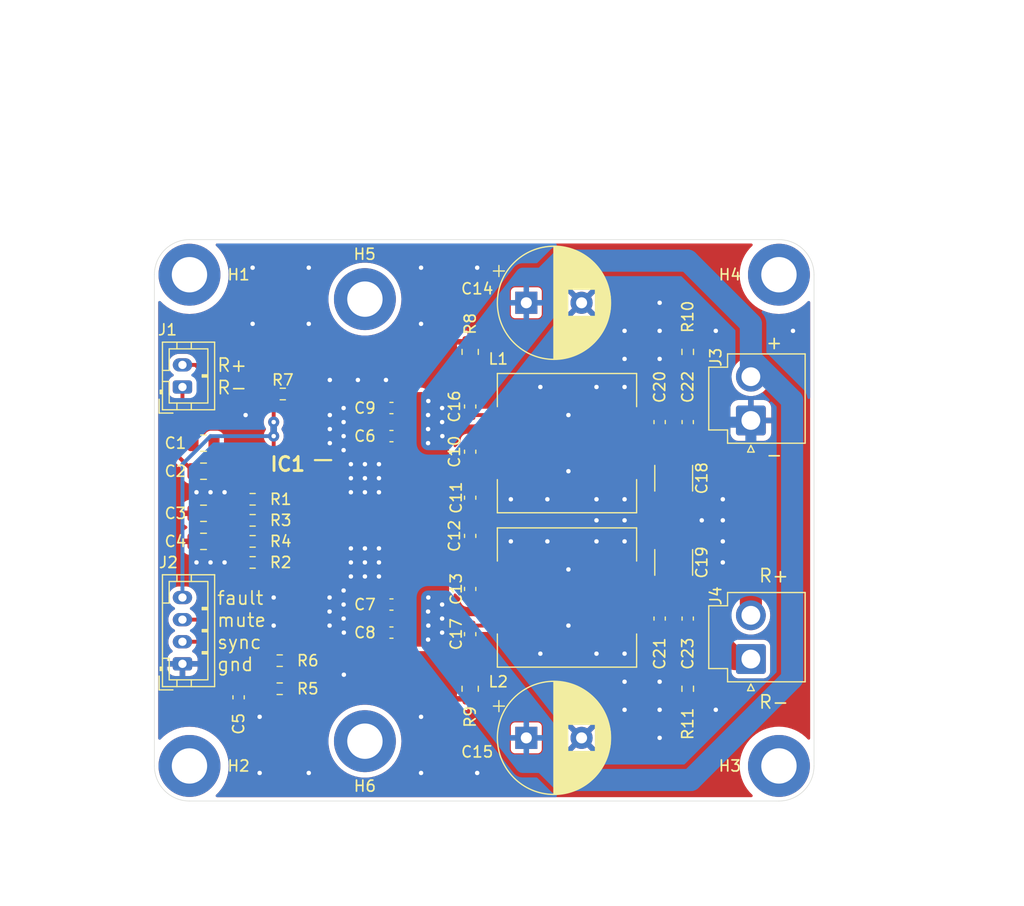
<source format=kicad_pcb>
(kicad_pcb (version 20221018) (generator pcbnew)
  (layers (0 "F.Cu" signal) (31 "B.Cu" signal) (34 "B.Paste" user) (35 "F.Paste" user) (36 "B.SilkS" user "B.Silkscreen") (37 "F.SilkS" user "F.Silkscreen") (38 "B.Mask" user) (39 "F.Mask" user) (44 "Edge.Cuts" user))
  (net 0 "")
  (net 1 "/R+")
  (net 2 "Net-(IC1-RINP)")
  (net 3 "/R-")
  (net 4 "Net-(IC1-RINN)")
  (net 5 "GND")
  (net 6 "Net-(IC1-GVDD)")
  (net 7 "VCC")
  (net 8 "Net-(IC1-BSPR)")
  (net 9 "Net-(IC1-OUTNR)")
  (net 10 "Net-(IC1-BSNR)")
  (net 11 "Net-(IC1-BSPL)")
  (net 12 "Net-(IC1-OUTNL)")
  (net 13 "Net-(IC1-BSNL)")
  (net 14 "/SD_LR")
  (net 15 "Net-(IC1-GAIN{slash}SLV)")
  (net 16 "/mute")
  (net 17 "Net-(IC1-SYNC)")
  (net 18 "/sync")
  (net 19 "Net-(IC1-PLIMIT)")
  (net 20 "Net-(J4-Pin_1)")
  (net 21 "Net-(J4-Pin_2)")
  (net 22 "Net-(C22-Pad2)")
  (net 23 "Net-(C23-Pad2)")
  (net 24 "Net-(C16-Pad2)")
  (net 25 "Net-(C17-Pad2)")
  (footprint "Resistor_SMD:R_0603_1608Metric" (layer "F.Cu") (at 114.3 118.11 180)
    (fp_text reference "R1" (at -2.54 0) (layer "F.SilkS"))
    (fp_text value "--")
    (pad "1" smd roundrect (at -0.825 0 180) (size 0.8 0.95) (layers "F.Cu" "F.Paste" "F.Mask") (net 19 "Net-(IC1-PLIMIT)"))
    (pad "2" smd roundrect (at 0.825 0 180) (size 0.8 0.95) (layers "F.Cu" "F.Paste" "F.Mask") (net 5 "GND"))
  )
  (footprint "Connector_JST:JST_PH_B2B-PH-K_1x02_P2.00mm_Vertical" (layer "F.Cu") (at 107.95 107.95 90)
    (fp_text reference "J1" (at 5.175 -1.355 180) (layer "F.SilkS"))
    (fp_text value "power_supply")
    (pad "1" thru_hole roundrect (at 0 0 90) (size 1.2 1.75) (drill 0.75) (layers "*.Cu" "*.Mask") (roundrect_rratio 0.208333) (net 3 "/R-"))
    (pad "2" thru_hole oval (at 2 0 90) (size 1.2 1.75) (drill 0.75) (layers "*.Cu" "*.Mask") (net 1 "/R+"))
  )
  (footprint "MountingHole:MountingHole_3.2mm_M3_DIN965_Pad" (layer "F.Cu") (at 161.925 142.24)
    (fp_text reference "H3" (at -4.445 0) (layer "F.SilkS"))
    (fp_text value "MountingHole")
    (pad "1" thru_hole circle (at 0 0) (size 5.6 5.6) (drill 3.2) (layers "*.Cu" "*.Mask") (clearance 0.75))
  )
  (footprint "Capacitor_SMD:C_0805_2012Metric" (layer "F.Cu") (at 109.855 115.57)
    (fp_text reference "C2" (at -2.54 0) (layer "F.SilkS"))
    (fp_text value "2.2u")
    (pad "1" smd roundrect (at -0.95 0) (size 1 1.45) (layers "F.Cu" "F.Paste" "F.Mask") (net 3 "/R-"))
    (pad "2" smd roundrect (at 0.95 0) (size 1 1.45) (layers "F.Cu" "F.Paste" "F.Mask") (net 4 "Net-(IC1-RINN)"))
  )
  (footprint "Resistor_SMD:R_0603_1608Metric" (layer "F.Cu") (at 116.75 132.715 180)
    (fp_text reference "R6" (at -2.54 0) (layer "F.SilkS"))
    (fp_text value "100k")
    (pad "1" smd roundrect (at -0.825 0 180) (size 0.8 0.95) (layers "F.Cu" "F.Paste" "F.Mask") (net 16 "/mute"))
    (pad "2" smd roundrect (at 0.825 0 180) (size 0.8 0.95) (layers "F.Cu" "F.Paste" "F.Mask") (net 5 "GND"))
  )
  (footprint "Capacitor_SMD:C_0603_1608Metric" (layer "F.Cu") (at 151.13 128.905 -90)
    (fp_text reference "C21" (at 3.175 0 90) (layer "F.SilkS"))
    (fp_text value "1n")
    (pad "1" smd roundrect (at -0.775 0 270) (size 0.9 0.95) (layers "F.Cu" "F.Paste" "F.Mask") (net 20 "Net-(J4-Pin_1)"))
    (pad "2" smd roundrect (at 0.775 0 270) (size 0.9 0.95) (layers "F.Cu" "F.Paste" "F.Mask") (net 5 "GND"))
  )
  (footprint "Capacitor_SMD:C_0603_1608Metric" (layer "F.Cu") (at 133.985 117.97 -90)
    (fp_text reference "C11" (at 0 1.27 90) (layer "F.SilkS"))
    (fp_text value "220n")
    (pad "1" smd roundrect (at -0.775 0 270) (size 0.9 0.95) (layers "F.Cu" "F.Paste" "F.Mask") (net 9 "Net-(IC1-OUTNR)"))
    (pad "2" smd roundrect (at 0.775 0 270) (size 0.9 0.95) (layers "F.Cu" "F.Paste" "F.Mask") (net 10 "Net-(IC1-BSNR)"))
  )
  (footprint "Resistor_SMD:R_0603_1608Metric" (layer "F.Cu") (at 153.67 104.775 -90)
    (fp_text reference "R10" (at -3.175 0 90) (layer "F.SilkS"))
    (fp_text value "3.3")
    (pad "1" smd roundrect (at -0.825 0 270) (size 0.8 0.95) (layers "F.Cu" "F.Paste" "F.Mask") (net 5 "GND"))
    (pad "2" smd roundrect (at 0.825 0 270) (size 0.8 0.95) (layers "F.Cu" "F.Paste" "F.Mask") (net 22 "Net-(C22-Pad2)"))
  )
  (footprint "Capacitor_THT:CP_Radial_D10.0mm_P5.00mm" (layer "F.Cu") (at 139.065 139.7)
    (fp_text reference "C15" (at -4.445 1.27) (layer "F.SilkS"))
    (fp_text value "35v 470u")
    (pad "1" thru_hole rect (at 0 0) (size 2 2) (drill 1) (layers "*.Cu" "*.Mask") (net 7 "VCC"))
    (pad "2" thru_hole circle (at 5 0) (size 2 2) (drill 1) (layers "*.Cu" "*.Mask") (net 5 "GND"))
  )
  (footprint "MountingHole:MountingHole_3.2mm_M3_DIN965_Pad" (layer "F.Cu") (at 124.46 140)
    (fp_text reference "H6" (at 0 4.064) (layer "F.SilkS"))
    (fp_text value "MountingHole")
    (pad "1" thru_hole circle (at 0 0) (size 5.6 5.6) (drill 3.2) (layers "*.Cu" "*.Mask") (clearance 0.5))
  )
  (footprint "Resistor_SMD:R_0805_2012Metric" (layer "F.Cu") (at 133.985 104.775 -90)
    (fp_text reference "R8" (at -2.54 0 90) (layer "F.SilkS"))
    (fp_text value "10")
    (pad "1" smd roundrect (at -0.9125 0 270) (size 1.025 1.4) (layers "F.Cu" "F.Paste" "F.Mask") (roundrect_rratio 0.243902439) (net 5 "GND"))
    (pad "2" smd roundrect (at 0.9125 0 270) (size 1.025 1.4) (layers "F.Cu" "F.Paste" "F.Mask") (roundrect_rratio 0.243902439) (net 24 "Net-(C16-Pad2)"))
  )
  (footprint "Resistor_SMD:R_0603_1608Metric" (layer "F.Cu") (at 117.03 108.585 180)
    (fp_text reference "R7" (at 0 1.27) (layer "F.SilkS"))
    (fp_text value "100k")
    (pad "1" smd roundrect (at -0.825 0 180) (size 0.8 0.95) (layers "F.Cu" "F.Paste" "F.Mask") (net 7 "VCC"))
    (pad "2" smd roundrect (at 0.825 0 180) (size 0.8 0.95) (layers "F.Cu" "F.Paste" "F.Mask") (net 14 "/SD_LR"))
  )
  (footprint "Capacitor_SMD:C_0603_1608Metric" (layer "F.Cu") (at 133.985 121.425 90)
    (fp_text reference "C12" (at 0 -1.43 90) (layer "F.SilkS"))
    (fp_text value "220n")
    (pad "1" smd roundrect (at -0.775 0 90) (size 0.9 0.95) (layers "F.Cu" "F.Paste" "F.Mask") (net 12 "Net-(IC1-OUTNL)"))
    (pad "2" smd roundrect (at 0.775 0 90) (size 0.9 0.95) (layers "F.Cu" "F.Paste" "F.Mask") (net 11 "Net-(IC1-BSPL)"))
  )
  (footprint "Resistor_SMD:R_0603_1608Metric" (layer "F.Cu") (at 116.75 135.255 180)
    (fp_text reference "R5" (at -2.54 0 180) (layer "F.SilkS"))
    (fp_text value "10k")
    (pad "1" smd roundrect (at -0.825 0 180) (size 0.8 0.95) (layers "F.Cu" "F.Paste" "F.Mask") (net 17 "Net-(IC1-SYNC)"))
    (pad "2" smd roundrect (at 0.825 0 180) (size 0.8 0.95) (layers "F.Cu" "F.Paste" "F.Mask") (net 18 "/sync"))
  )
  (footprint "Capacitor_SMD:C_0805_2012Metric" (layer "F.Cu") (at 109.855 121.92)
    (fp_text reference "C4" (at -2.54 0) (layer "F.SilkS"))
    (fp_text value "1u")
    (pad "1" smd roundrect (at -0.95 0) (size 1 1.45) (layers "F.Cu" "F.Paste" "F.Mask") (net 5 "GND"))
    (pad "2" smd roundrect (at 0.95 0) (size 1 1.45) (layers "F.Cu" "F.Paste" "F.Mask") (net 6 "Net-(IC1-GVDD)"))
  )
  (footprint "Capacitor_SMD:C_0603_1608Metric" (layer "F.Cu") (at 133.985 126.225 -90)
    (fp_text reference "C13" (at 0 1.27 90) (layer "F.SilkS"))
    (fp_text value "220n")
    (pad "1" smd roundrect (at -0.775 0 270) (size 0.9 0.95) (layers "F.Cu" "F.Paste" "F.Mask") (net 12 "Net-(IC1-OUTNL)"))
    (pad "2" smd roundrect (at 0.775 0 270) (size 0.9 0.95) (layers "F.Cu" "F.Paste" "F.Mask") (net 13 "Net-(IC1-BSNL)"))
  )
  (footprint "Capacitor_SMD:C_0805_2012Metric" (layer "F.Cu") (at 109.855 113.03)
    (fp_text reference "C1" (at -2.54 0) (layer "F.SilkS"))
    (fp_text value "2.2u")
    (pad "1" smd roundrect (at -0.95 0) (size 1 1.45) (layers "F.Cu" "F.Paste" "F.Mask") (net 1 "/R+"))
    (pad "2" smd roundrect (at 0.95 0) (size 1 1.45) (layers "F.Cu" "F.Paste" "F.Mask") (net 2 "Net-(IC1-RINP)"))
  )
  (footprint "Inductor_SMD:L_12x12mm_H8mm" (layer "F.Cu") (at 142.745 127)
    (fp_text reference "L2" (at -6.22 7.62) (layer "F.SilkS"))
    (fp_text value "10u")
    (pad "1" smd rect (at -4.95 0) (size 2.9 5.4) (layers "F.Cu" "F.Paste" "F.Mask") (net 12 "Net-(IC1-OUTNL)"))
    (pad "2" smd rect (at 4.95 0) (size 2.9 5.4) (layers "F.Cu" "F.Paste" "F.Mask") (net 20 "Net-(J4-Pin_1)"))
  )
  (footprint "Capacitor_SMD:C_0603_1608Metric" (layer "F.Cu") (at 133.985 113.805 90)
    (fp_text reference "C10" (at 0 -1.43 90) (layer "F.SilkS"))
    (fp_text value "220n")
    (pad "1" smd roundrect (at -0.775 0 90) (size 0.9 0.95) (layers "F.Cu" "F.Paste" "F.Mask") (net 9 "Net-(IC1-OUTNR)"))
    (pad "2" smd roundrect (at 0.775 0 90) (size 0.9 0.95) (layers "F.Cu" "F.Paste" "F.Mask") (net 8 "Net-(IC1-BSPR)"))
  )
  (footprint "Capacitor_SMD:C_0805_2012Metric" (layer "F.Cu") (at 109.855 119.38)
    (fp_text reference "C3" (at -2.54 0) (layer "F.SilkS"))
    (fp_text value "--")
    (pad "1" smd roundrect (at -0.95 0) (size 1 1.45) (layers "F.Cu" "F.Paste" "F.Mask") (net 5 "GND"))
    (pad "2" smd roundrect (at 0.95 0) (size 1 1.45) (layers "F.Cu" "F.Paste" "F.Mask") (net 19 "Net-(IC1-PLIMIT)"))
  )
  (footprint "Capacitor_SMD:C_0603_1608Metric" (layer "F.Cu") (at 153.670001 128.904999 -90)
    (fp_text reference "C23" (at 3.175 0 90) (layer "F.SilkS"))
    (fp_text value "10n")
    (pad "1" smd roundrect (at -0.775 0 270) (size 0.9 0.95) (layers "F.Cu" "F.Paste" "F.Mask") (net 20 "Net-(J4-Pin_1)"))
    (pad "2" smd roundrect (at 0.775 0 270) (size 0.9 0.95) (layers "F.Cu" "F.Paste" "F.Mask") (net 23 "Net-(C23-Pad2)"))
  )
  (footprint "Capacitor_THT:CP_Radial_D10.0mm_P5.00mm" (layer "F.Cu") (at 139.065 100.33)
    (fp_text reference "C14" (at -4.445 -1.27) (layer "F.SilkS"))
    (fp_text value "35v 470u")
    (pad "1" thru_hole rect (at 0 0) (size 2 2) (drill 1) (layers "*.Cu" "*.Mask") (net 7 "VCC"))
    (pad "2" thru_hole circle (at 5 0) (size 2 2) (drill 1) (layers "*.Cu" "*.Mask") (net 5 "GND"))
  )
  (footprint "MountingHole:MountingHole_3.2mm_M3_DIN965_Pad" (layer "F.Cu") (at 108.585 142.24)
    (fp_text reference "H2" (at 4.445 0) (layer "F.SilkS"))
    (fp_text value "MountingHole")
    (pad "1" thru_hole circle (at 0 0) (size 5.6 5.6) (drill 3.2) (layers "*.Cu" "*.Mask") (clearance 0.75))
  )
  (footprint "Connector_JST:JST_VH_B2P-VH-B_1x02_P3.96mm_Vertical" (layer "F.Cu") (at 159.385 132.5675 90)
    (fp_text reference "J4" (at 5.715 -3.175 90) (layer "F.SilkS"))
    (fp_text value "output_right")
    (pad "1" thru_hole roundrect (at 0 0 90) (size 2.7 2.7) (drill 1.7) (layers "*.Cu" "*.Mask") (roundrect_rratio 0.09259296296) (net 20 "Net-(J4-Pin_1)"))
    (pad "2" thru_hole circle (at 3.96 0 90) (size 2.7 2.7) (drill 1.7) (layers "*.Cu" "*.Mask") (net 21 "Net-(J4-Pin_2)"))
  )
  (footprint "Capacitor_SMD:C_0603_1608Metric" (layer "F.Cu") (at 126.86 130.175 180)
    (fp_text reference "C8" (at 2.4 0) (layer "F.SilkS"))
    (fp_text value "220n")
    (pad "1" smd roundrect (at -0.775 0 180) (size 0.9 0.95) (layers "F.Cu" "F.Paste" "F.Mask") (net 7 "VCC"))
    (pad "2" smd roundrect (at 0.775 0 180) (size 0.9 0.95) (layers "F.Cu" "F.Paste" "F.Mask") (net 5 "GND"))
  )
  (footprint "Capacitor_SMD:C_1812_4532Metric" (layer "F.Cu") (at 152.4 116.205 90)
    (fp_text reference "C18" (at 0 2.54 90) (layer "F.SilkS"))
    (fp_text value "680n")
    (pad "1" smd roundrect (at -2.05 0 90) (size 1.4 3.4) (layers "F.Cu" "F.Paste" "F.Mask") (roundrect_rratio 0.1785707143) (net 5 "GND"))
    (pad "2" smd roundrect (at 2.05 0 90) (size 1.4 3.4) (layers "F.Cu" "F.Paste" "F.Mask") (roundrect_rratio 0.1785707143) (net 21 "Net-(J4-Pin_2)"))
  )
  (footprint "Capacitor_SMD:C_0603_1608Metric" (layer "F.Cu") (at 126.86 112.395 180)
    (fp_text reference "C6" (at 2.4 0) (layer "F.SilkS"))
    (fp_text value "1n")
    (pad "1" smd roundrect (at -0.775 0 180) (size 0.9 0.95) (layers "F.Cu" "F.Paste" "F.Mask") (net 7 "VCC"))
    (pad "2" smd roundrect (at 0.775 0 180) (size 0.9 0.95) (layers "F.Cu" "F.Paste" "F.Mask") (net 5 "GND"))
  )
  (footprint "Capacitor_SMD:C_0603_1608Metric" (layer "F.Cu") (at 126.86 127.635)
    (fp_text reference "C7" (at -2.4 0) (layer "F.SilkS"))
    (fp_text value "1n")
    (pad "1" smd roundrect (at -0.775 0) (size 0.9 0.95) (layers "F.Cu" "F.Paste" "F.Mask") (net 5 "GND"))
    (pad "2" smd roundrect (at 0.775 0) (size 0.9 0.95) (layers "F.Cu" "F.Paste" "F.Mask") (net 7 "VCC"))
  )
  (footprint "Resistor_SMD:R_0603_1608Metric" (layer "F.Cu") (at 153.670001 135.254999 90)
    (fp_text reference "R11" (at -3.175 0 90) (layer "F.SilkS"))
    (fp_text value "3.3")
    (pad "1" smd roundrect (at -0.825 0 90) (size 0.8 0.95) (layers "F.Cu" "F.Paste" "F.Mask") (net 5 "GND"))
    (pad "2" smd roundrect (at 0.825 0 90) (size 0.8 0.95) (layers "F.Cu" "F.Paste" "F.Mask") (net 23 "Net-(C23-Pad2)"))
  )
  (footprint "Connector_JST:JST_VH_B2P-VH-B_1x02_P3.96mm_Vertical" (layer "F.Cu") (at 159.385 110.9775 90)
    (fp_text reference "J3" (at 5.715 -3.175 90) (layer "F.SilkS"))
    (fp_text value "power_supply")
    (pad "1" thru_hole roundrect (at 0 0 90) (size 2.7 2.7) (drill 1.7) (layers "*.Cu" "*.Mask") (roundrect_rratio 0.09259296296) (net 5 "GND"))
    (pad "2" thru_hole circle (at 3.96 0 90) (size 2.7 2.7) (drill 1.7) (layers "*.Cu" "*.Mask") (net 7 "VCC"))
  )
  (footprint "Capacitor_SMD:C_0603_1608Metric" (layer "F.Cu") (at 151.13 111.125 -90)
    (fp_text reference "C20" (at -3.175 0 90) (layer "F.SilkS"))
    (fp_text value "1n")
    (pad "1" smd roundrect (at -0.775 0 270) (size 0.9 0.95) (layers "F.Cu" "F.Paste" "F.Mask") (net 5 "GND"))
    (pad "2" smd roundrect (at 0.775 0 270) (size 0.9 0.95) (layers "F.Cu" "F.Paste" "F.Mask") (net 21 "Net-(J4-Pin_2)"))
  )
  (footprint "Resistor_SMD:R_0805_2012Metric" (layer "F.Cu") (at 133.985 135.255 90)
    (fp_text reference "R9" (at -2.54 0 90) (layer "F.SilkS"))
    (fp_text value "10")
    (pad "1" smd roundrect (at -0.9125 0 90) (size 1.025 1.4) (layers "F.Cu" "F.Paste" "F.Mask") (roundrect_rratio 0.243902439) (net 5 "GND"))
    (pad "2" smd roundrect (at 0.9125 0 90) (size 1.025 1.4) (layers "F.Cu" "F.Paste" "F.Mask") (roundrect_rratio 0.243902439) (net 25 "Net-(C17-Pad2)"))
  )
  (footprint "Connector_JST:JST_PH_B4B-PH-K_1x04_P2.00mm_Vertical" (layer "F.Cu") (at 107.95 133 90)
    (fp_text reference "J2" (at 9.175 -1.27 180) (layer "F.SilkS"))
    (fp_text value "Conn_01x04")
    (pad "1" thru_hole roundrect (at 0 0 90) (size 1.2 1.75) (drill 0.75) (layers "*.Cu" "*.Mask") (roundrect_rratio 0.208333) (net 5 "GND"))
    (pad "2" thru_hole oval (at 2 0 90) (size 1.2 1.75) (drill 0.75) (layers "*.Cu" "*.Mask") (net 18 "/sync"))
    (pad "3" thru_hole oval (at 4 0 90) (size 1.2 1.75) (drill 0.75) (layers "*.Cu" "*.Mask") (net 16 "/mute"))
    (pad "4" thru_hole oval (at 6 0 90) (size 1.2 1.75) (drill 0.75) (layers "*.Cu" "*.Mask") (net 14 "/SD_LR"))
  )
  (footprint "local:SOP65P810X120-33N" (layer "F.Cu") (at 124.46 120.015)
    (fp_text reference "IC1" (at -6.985 -5.08 180) (layer "F.SilkS") (effects (font (size 1.27 1.27) (thickness 0.254))))
    (fp_text value "TPA3116D2QDADRQ1" hide)
    (pad "1" smd rect (at -3.788 -4.875 90) (size 0.45 1.475) (layers "F.Cu" "F.Paste" "F.Mask") (net 5 "GND"))
    (pad "2" smd rect (at -3.788 -4.225 90) (size 0.45 1.475) (layers "F.Cu" "F.Paste" "F.Mask") (net 14 "/SD_LR"))
    (pad "3" smd rect (at -3.788 -3.575 90) (size 0.45 1.475) (layers "F.Cu" "F.Paste" "F.Mask") (net 14 "/SD_LR"))
    (pad "4" smd rect (at -3.788 -2.925 90) (size 0.45 1.475) (layers "F.Cu" "F.Paste" "F.Mask") (net 2 "Net-(IC1-RINP)"))
    (pad "5" smd rect (at -3.788 -2.275 90) (size 0.45 1.475) (layers "F.Cu" "F.Paste" "F.Mask") (net 4 "Net-(IC1-RINN)"))
    (pad "6" smd rect (at -3.788 -1.625 90) (size 0.45 1.475) (layers "F.Cu" "F.Paste" "F.Mask") (net 19 "Net-(IC1-PLIMIT)"))
    (pad "7" smd rect (at -3.788 -0.975 90) (size 0.45 1.475) (layers "F.Cu" "F.Paste" "F.Mask") (net 6 "Net-(IC1-GVDD)"))
    (pad "8" smd rect (at -3.788 -0.325 90) (size 0.45 1.475) (layers "F.Cu" "F.Paste" "F.Mask") (net 15 "Net-(IC1-GAIN{slash}SLV)"))
    (pad "9" smd rect (at -3.788 0.325 90) (size 0.45 1.475) (layers "F.Cu" "F.Paste" "F.Mask") (net 5 "GND"))
    (pad "10" smd rect (at -3.788 0.975 90) (size 0.45 1.475) (layers "F.Cu" "F.Paste" "F.Mask") (net 5 "GND"))
    (pad "11" smd rect (at -3.788 1.625 90) (size 0.45 1.475) (layers "F.Cu" "F.Paste" "F.Mask") (net 5 "GND"))
    (pad "12" smd rect (at -3.788 2.275 90) (size 0.45 1.475) (layers "F.Cu" "F.Paste" "F.Mask") (net 16 "/mute"))
    (pad "13" smd rect (at -3.788 2.925 90) (size 0.45 1.475) (layers "F.Cu" "F.Paste" "F.Mask") (net 5 "GND"))
    (pad "14" smd rect (at -3.788 3.575 90) (size 0.45 1.475) (layers "F.Cu" "F.Paste" "F.Mask") (net 5 "GND"))
    (pad "15" smd rect (at -3.788 4.225 90) (size 0.45 1.475) (layers "F.Cu" "F.Paste" "F.Mask") (net 5 "GND"))
    (pad "16" smd rect (at -3.788 4.875 90) (size 0.45 1.475) (layers "F.Cu" "F.Paste" "F.Mask") (net 17 "Net-(IC1-SYNC)"))
    (pad "17" smd rect (at 3.788 4.875 90) (size 0.45 1.475) (layers "F.Cu" "F.Paste" "F.Mask") (net 7 "VCC"))
    (pad "18" smd rect (at 3.788 4.225 90) (size 0.45 1.475) (layers "F.Cu" "F.Paste" "F.Mask") (net 7 "VCC"))
    (pad "19" smd rect (at 3.788 3.575 90) (size 0.45 1.475) (layers "F.Cu" "F.Paste" "F.Mask") (net 7 "VCC"))
    (pad "20" smd rect (at 3.788 2.925 90) (size 0.45 1.475) (layers "F.Cu" "F.Paste" "F.Mask") (net 13 "Net-(IC1-BSNL)"))
    (pad "21" smd rect (at 3.788 2.275 90) (size 0.45 1.475) (layers "F.Cu" "F.Paste" "F.Mask") (net 12 "Net-(IC1-OUTNL)"))
    (pad "22" smd rect (at 3.788 1.625 90) (size 0.45 1.475) (layers "F.Cu" "F.Paste" "F.Mask") (net 5 "GND"))
    (pad "23" smd rect (at 3.788 0.975 90) (size 0.45 1.475) (layers "F.Cu" "F.Paste" "F.Mask") (net 12 "Net-(IC1-OUTNL)"))
    (pad "24" smd rect (at 3.788 0.325 90) (size 0.45 1.475) (layers "F.Cu" "F.Paste" "F.Mask") (net 11 "Net-(IC1-BSPL)"))
    (pad "25" smd rect (at 3.788 -0.325 90) (size 0.45 1.475) (layers "F.Cu" "F.Paste" "F.Mask") (net 5 "GND"))
    (pad "26" smd rect (at 3.788 -0.975 90) (size 0.45 1.475) (layers "F.Cu" "F.Paste" "F.Mask") (net 10 "Net-(IC1-BSNR)"))
    (pad "27" smd rect (at 3.788 -1.625 90) (size 0.45 1.475) (layers "F.Cu" "F.Paste" "F.Mask") (net 9 "Net-(IC1-OUTNR)"))
    (pad "28" smd rect (at 3.788 -2.275 90) (size 0.45 1.475) (layers "F.Cu" "F.Paste" "F.Mask") (net 5 "GND"))
    (pad "29" smd rect (at 3.788 -2.925 90) (size 0.45 1.475) (layers "F.Cu" "F.Paste" "F.Mask") (net 9 "Net-(IC1-OUTNR)"))
    (pad "30" smd rect (at 3.788 -3.575 90) (size 0.45 1.475) (layers "F.Cu" "F.Paste" "F.Mask") (net 8 "Net-(IC1-BSPR)"))
    (pad "31" smd rect (at 3.788 -4.225 90) (size 0.45 1.475) (layers "F.Cu" "F.Paste" "F.Mask") (net 7 "VCC"))
    (pad "32" smd rect (at 3.788 -4.875 90) (size 0.45 1.475) (layers "F.Cu" "F.Paste" "F.Mask") (net 7 "VCC"))
    (pad "33" smd rect (at 0 0) (size 3.04 3.74) (layers "F.Cu" "F.Paste" "F.Mask") (net 5 "GND"))
  )
  (footprint "MountingHole:MountingHole_3.2mm_M3_DIN965_Pad" (layer "F.Cu") (at 108.585 97.79)
    (fp_text reference "H1" (at 4.445 0) (layer "F.SilkS"))
    (fp_text value "MountingHole")
    (pad "1" thru_hole circle (at 0 0) (size 5.6 5.6) (drill 3.2) (layers "*.Cu" "*.Mask") (clearance 0.75))
  )
  (footprint "Capacitor_SMD:C_0603_1608Metric" (layer "F.Cu") (at 113.03 136.03 90)
    (fp_text reference "C5" (at -2.4 0 270) (layer "F.SilkS"))
    (fp_text value "47p")
    (pad "1" smd roundrect (at -0.775 0 90) (size 0.9 0.95) (layers "F.Cu" "F.Paste" "F.Mask") (net 5 "GND"))
    (pad "2" smd roundrect (at 0.775 0 90) (size 0.9 0.95) (layers "F.Cu" "F.Paste" "F.Mask") (net 18 "/sync"))
  )
  (footprint "MountingHole:MountingHole_3.2mm_M3_DIN965_Pad" (layer "F.Cu") (at 124.46 100)
    (fp_text reference "H5" (at -0.022 -4.064) (layer "F.SilkS"))
    (fp_text value "MountingHole")
    (pad "1" thru_hole circle (at 0 0) (size 5.6 5.6) (drill 3.2) (layers "*.Cu" "*.Mask") (clearance 0.5))
  )
  (footprint "Capacitor_SMD:C_0603_1608Metric" (layer "F.Cu") (at 133.985 109.715 90)
    (fp_text reference "C16" (at 0 -1.43 90) (layer "F.SilkS"))
    (fp_text value "330p")
    (pad "1" smd roundrect (at -0.775 0 90) (size 0.9 0.95) (layers "F.Cu" "F.Paste" "F.Mask") (net 9 "Net-(IC1-OUTNR)"))
    (pad "2" smd roundrect (at 0.775 0 90) (size 0.9 0.95) (layers "F.Cu" "F.Paste" "F.Mask") (net 24 "Net-(C16-Pad2)"))
  )
  (footprint "Inductor_SMD:L_12x12mm_H8mm" (layer "F.Cu") (at 142.745 113.03)
    (fp_text reference "L1" (at -6.22 -7.62) (layer "F.SilkS"))
    (fp_text value "10u")
    (pad "1" smd rect (at -4.95 0) (size 2.9 5.4) (layers "F.Cu" "F.Paste" "F.Mask") (net 9 "Net-(IC1-OUTNR)"))
    (pad "2" smd rect (at 4.95 0) (size 2.9 5.4) (layers "F.Cu" "F.Paste" "F.Mask") (net 21 "Net-(J4-Pin_2)"))
  )
  (footprint "MountingHole:MountingHole_3.2mm_M3_DIN965_Pad" (layer "F.Cu") (at 161.925 97.79)
    (fp_text reference "H4" (at -4.445 0) (layer "F.SilkS"))
    (fp_text value "MountingHole")
    (pad "1" thru_hole circle (at 0 0) (size 5.6 5.6) (drill 3.2) (layers "*.Cu" "*.Mask") (clearance 0.75))
  )
  (footprint "Resistor_SMD:R_0603_1608Metric" (layer "F.Cu") (at 114.3 121.92)
    (fp_text reference "R4" (at 2.54 0) (layer "F.SilkS"))
    (fp_text value "100k")
    (pad "1" smd roundrect (at -0.825 0) (size 0.8 0.95) (layers "F.Cu" "F.Paste" "F.Mask") (net 6 "Net-(IC1-GVDD)"))
    (pad "2" smd roundrect (at 0.825 0) (size 0.8 0.95) (layers "F.Cu" "F.Paste" "F.Mask") (net 15 "Net-(IC1-GAIN{slash}SLV)"))
  )
  (footprint "Capacitor_SMD:C_0603_1608Metric" (layer "F.Cu") (at 133.985 130.315 -90)
    (fp_text reference "C17" (at 0 1.27 90) (layer "F.SilkS"))
    (fp_text value "330p")
    (pad "1" smd roundrect (at -0.775 0 270) (size 0.9 0.95) (layers "F.Cu" "F.Paste" "F.Mask") (net 12 "Net-(IC1-OUTNL)"))
    (pad "2" smd roundrect (at 0.775 0 270) (size 0.9 0.95) (layers "F.Cu" "F.Paste" "F.Mask") (net 25 "Net-(C17-Pad2)"))
  )
  (footprint "Capacitor_SMD:C_0603_1608Metric" (layer "F.Cu") (at 126.86 109.855 180)
    (fp_text reference "C9" (at 2.4 0) (layer "F.SilkS"))
    (fp_text value "220n")
    (pad "1" smd roundrect (at -0.775 0 180) (size 0.9 0.95) (layers "F.Cu" "F.Paste" "F.Mask") (net 7 "VCC"))
    (pad "2" smd roundrect (at 0.775 0 180) (size 0.9 0.95) (layers "F.Cu" "F.Paste" "F.Mask") (net 5 "GND"))
  )
  (footprint "Capacitor_SMD:C_0603_1608Metric" (layer "F.Cu") (at 153.67 111.125 90)
    (fp_text reference "C22" (at 3.175 0 90) (layer "F.SilkS"))
    (fp_text value "10n")
    (pad "1" smd roundrect (at -0.775 0 90) (size 0.9 0.95) (layers "F.Cu" "F.Paste" "F.Mask") (net 21 "Net-(J4-Pin_2)"))
    (pad "2" smd roundrect (at 0.775 0 90) (size 0.9 0.95) (layers "F.Cu" "F.Paste" "F.Mask") (net 22 "Net-(C22-Pad2)"))
  )
  (footprint "Capacitor_SMD:C_1812_4532Metric" (layer "F.Cu") (at 152.4 123.825 90)
    (fp_text reference "C19" (at 0 2.54 90) (layer "F.SilkS"))
    (fp_text value "680n")
    (pad "1" smd roundrect (at -2.05 0 90) (size 1.4 3.4) (layers "F.Cu" "F.Paste" "F.Mask") (roundrect_rratio 0.1785707143) (net 20 "Net-(J4-Pin_1)"))
    (pad "2" smd roundrect (at 2.05 0 90) (size 1.4 3.4) (layers "F.Cu" "F.Paste" "F.Mask") (roundrect_rratio 0.1785707143) (net 5 "GND"))
  )
  (footprint "Resistor_SMD:R_0603_1608Metric" (layer "F.Cu") (at 114.3 123.825 180)
    (fp_text reference "R2" (at -2.54 0) (layer "F.SilkS"))
    (fp_text value "20k")
    (pad "1" smd roundrect (at -0.825 0 180) (size 0.8 0.95) (layers "F.Cu" "F.Paste" "F.Mask") (net 15 "Net-(IC1-GAIN{slash}SLV)"))
    (pad "2" smd roundrect (at 0.825 0 180) (size 0.8 0.95) (layers "F.Cu" "F.Paste" "F.Mask") (net 5 "GND"))
  )
  (footprint "Resistor_SMD:R_0603_1608Metric" (layer "F.Cu") (at 114.3 120.015 180)
    (fp_text reference "R3" (at -2.54 0) (layer "F.SilkS"))
    (fp_text value "0")
    (pad "1" smd roundrect (at -0.825 0 180) (size 0.8 0.95) (layers "F.Cu" "F.Paste" "F.Mask") (net 6 "Net-(IC1-GVDD)"))
    (pad "2" smd roundrect (at 0.825 0 180) (size 0.8 0.95) (layers "F.Cu" "F.Paste" "F.Mask") (net 19 "Net-(IC1-PLIMIT)"))
  )
  (gr_line (start 165.1 97.79) (end 165.1 142.24) (stroke (width 0.05)) (layer "Edge.Cuts"))
  (gr_line (start 161.925 145.415) (end 108.585 145.415) (stroke (width 0.05)) (layer "Edge.Cuts"))
  (gr_arc (start 165.1 142.24) (mid 164.170064 144.485064) (end 161.925 145.415) (stroke (width 0.05)) (layer "Edge.Cuts"))
  (gr_line (start 108.585 94.615) (end 161.925 94.615) (stroke (width 0.05)) (layer "Edge.Cuts"))
  (gr_arc (start 105.41 97.79) (mid 106.339936 95.544936) (end 108.585 94.615) (stroke (width 0.05)) (layer "Edge.Cuts"))
  (gr_arc (start 161.925 94.615) (mid 164.170064 95.544936) (end 165.1 97.79) (stroke (width 0.05)) (layer "Edge.Cuts"))
  (gr_arc (start 108.585 145.415) (mid 106.339936 144.485064) (end 105.41 142.24) (stroke (width 0.05)) (layer "Edge.Cuts"))
  (gr_line (start 105.41 142.24) (end 105.41 97.79) (stroke (width 0.05)) (layer "Edge.Cuts"))
  (gr_text "R-" (at 111 108.712) (layer "F.SilkS") (effects (font (size 1.2 1.2)) (justify left bottom)))
  (gr_text "-" (at 160.655 114.7875) (layer "F.SilkS") (effects (font (size 1.2 1.2)) (justify left bottom)))
  (gr_text "+" (at 160.655 104.6275) (layer "F.SilkS") (effects (font (size 1.2 1.2)) (justify left bottom)))
  (gr_text "fault" (at 110.998 127.75) (layer "F.SilkS") (effects (font (size 1.2 1.2)) (justify left bottom)))
  (gr_text "R+" (at 111 106.68) (layer "F.SilkS") (effects (font (size 1.2 1.2)) (justify left bottom)))
  (gr_text "gnd" (at 111 133.75) (layer "F.SilkS") (effects (font (size 1.2 1.2)) (justify left bottom)))
  (gr_text "R-" (at 160.02 137.16) (layer "F.SilkS") (effects (font (size 1.2 1.2)) (justify left bottom)))
  (gr_text "R+" (at 160.02 125.73) (layer "F.SilkS") (effects (font (size 1.2 1.2)) (justify left bottom)))
  (gr_text "sync" (at 110.998 131.75) (layer "F.SilkS") (effects (font (size 1.2 1.2)) (justify left bottom)))
  (gr_text "mute" (at 111 129.75) (layer "F.SilkS") (effects (font (size 1.2 1.2)) (justify left bottom)))
  (segment (start 109.855 106.68) (end 109.855 108.664375) (width 0.35) (layer "F.Cu") (net 1))
  (segment (start 108.905 109.614375) (end 108.905 113.03) (width 0.35) (layer "F.Cu") (net 1))
  (segment (start 107.95 105.95) (end 109.125 105.95) (width 0.35) (layer "F.Cu") (net 1))
  (segment (start 109.855 108.664375) (end 108.905 109.614375) (width 0.35) (layer "F.Cu") (net 1))
  (segment (start 109.125 105.95) (end 109.855 106.68) (width 0.35) (layer "F.Cu") (net 1))
  (segment (start 117.853676 117.09) (end 115.698676 114.935) (width 0.35) (layer "F.Cu") (net 2))
  (segment (start 120.672 117.09) (end 117.853676 117.09) (width 0.35) (layer "F.Cu") (net 2))
  (segment (start 112.71 114.935) (end 110.805 113.03) (width 0.35) (layer "F.Cu") (net 2))
  (segment (start 115.698676 114.935) (end 112.71 114.935) (width 0.35) (layer "F.Cu") (net 2))
  (segment (start 107.95 111.76) (end 107.315 112.395) (width 0.35) (layer "F.Cu") (net 3))
  (segment (start 107.95 107.95) (end 107.95 111.76) (width 0.35) (layer "F.Cu") (net 3))
  (segment (start 107.315 113.98) (end 108.905 115.57) (width 0.35) (layer "F.Cu") (net 3))
  (segment (start 107.315 112.395) (end 107.315 113.98) (width 0.35) (layer "F.Cu") (net 3))
  (segment (start 117.74 117.74) (end 115.57 115.57) (width 0.35) (layer "F.Cu") (net 4))
  (segment (start 120.672 117.74) (end 117.74 117.74) (width 0.35) (layer "F.Cu") (net 4))
  (segment (start 115.57 115.57) (end 110.805 115.57) (width 0.35) (layer "F.Cu") (net 4))
  (segment (start 122.555 115.14) (end 118.745 115.14) (width 0.35) (layer "F.Cu") (net 5))
  (segment (start 128.248 119.69) (end 126.978 119.69) (width 0.35) (layer "F.Cu") (net 5))
  (segment (start 120.672 122.94) (end 121.898 122.94) (width 0.35) (layer "F.Cu") (net 5))
  (segment (start 125.73 117.475) (end 125.73 122.555) (width 2) (layer "F.Cu") (net 5))
  (segment (start 124.46 120.015) (end 125.073 120.015) (width 2) (layer "F.Cu") (net 5))
  (segment (start 118.872 121.117) (end 119.0195 121.2645) (width 0.35) (layer "F.Cu") (net 5))
  (segment (start 128.248 121.64) (end 126.978 121.64) (width 0.35) (layer "F.Cu") (net 5))
  (segment (start 120.672 124.24) (end 121.898 124.24) (width 0.35) (layer "F.Cu") (net 5))
  (segment (start 120.672 121.64) (end 121.92 121.64) (width 0.35) (layer "F.Cu") (net 5))
  (segment (start 120.672 120.34) (end 121.92 120.34) (width 0.35) (layer "F.Cu") (net 5))
  (segment (start 128.248 117.74) (end 126.978 117.74) (width 0.35) (layer "F.Cu") (net 5))
  (segment (start 119.294 120.99) (end 120.672 120.99) (width 0.35) (layer "F.Cu") (net 5))
  (segment (start 120.672 123.59) (end 121.898 123.59) (width 0.35) (layer "F.Cu") (net 5))
  (segment (start 123.19 117.475) (end 123.19 122.555) (width 2) (layer "F.Cu") (net 5))
  (segment (start 124.46 117.475) (end 124.46 122.555) (width 2) (layer "F.Cu") (net 5))
  (segment (start 120.672 120.34) (end 119.436 120.34) (width 0.35) (layer "F.Cu") (net 5))
  (segment (start 118.872 120.904) (end 118.872 121.117) (width 0.35) (layer "F.Cu") (net 5))
  (segment (start 119.0195 121.2645) (end 119.395 121.64) (width 0.35) (layer "F.Cu") (net 5))
  (segment (start 119.395 121.64) (end 120.672 121.64) (width 0.35) (layer "F.Cu") (net 5))
  (segment (start 120.672 120.99) (end 121.92 120.99) (width 0.35) (layer "F.Cu") (net 5))
  (segment (start 119.436 120.34) (end 118.872 120.904) (width 0.35) (layer "F.Cu") (net 5))
  (segment (start 119.0195 121.2645) (end 119.294 120.99) (width 0.35) (layer "F.Cu") (net 5))
  (via (at 122.533 113.665) (size 0.8) (drill 0.4) (layers "F.Cu" "B.Cu") (net 5))
  (via (at 147.955 118.11) (size 0.8) (drill 0.4) (layers "F.Cu" "B.Cu") (net 5))
  (via (at 125.73 125.095) (size 0.8) (drill 0.4) (layers "F.Cu" "B.Cu") (net 5))
  (via (at 110.49 123.825) (size 0.8) (drill 0.4) (layers "F.Cu" "B.Cu") (net 5))
  (via (at 145.415 121.92) (size 0.8) (drill 0.4) (layers "F.Cu" "B.Cu") (net 5))
  (via (at 142.875 129.54) (size 0.8) (drill 0.4) (layers "F.Cu" "B.Cu") (net 5))
  (via (at 156.845 121.92) (size 0.8) (drill 0.4) (layers "F.Cu" "B.Cu") (net 5))
  (via (at 147.955 107.95) (size 0.8) (drill 0.4) (layers "F.Cu" "B.Cu") (net 5))
  (via (at 137.665 118.11) (size 0.8) (drill 0.4) (layers "F.Cu" "B.Cu") (net 5))
  (via (at 123.19 114.935) (size 0.8) (drill 0.4) (layers "F.Cu" "B.Cu") (net 5))
  (via (at 137.665 121.92) (size 0.8) (drill 0.4) (layers "F.Cu" "B.Cu") (net 5))
  (via (at 109.22 123.825) (size 0.8) (drill 0.4) (layers "F.Cu" "B.Cu") (net 5))
  (via (at 122.533 109.855) (size 0.8) (drill 0.4) (layers "F.Cu" "B.Cu") (net 5))
  (via (at 122.555 133.985) (size 0.8) (drill 0.4) (layers "F.Cu" "B.Cu") (net 5))
  (via (at 145.415 132.08) (size 0.8) (drill 0.4) (layers "F.Cu" "B.Cu") (net 5))
  (via (at 110.49 117.475) (size 0.8) (drill 0.4) (layers "F.Cu" "B.Cu") (net 5))
  (via (at 151.13 105.41) (size 0.8) (drill 0.4) (layers "F.Cu" "B.Cu") (net 5))
  (via (at 125.73 122.555) (size 0.8) (drill 0.4) (layers "F.Cu" "B.Cu") (net 5))
  (via (at 122.533 112.395) (size 0.8) (drill 0.4) (layers "F.Cu" "B.Cu") (net 5))
  (via (at 113.665 110.49) (size 0.8) (drill 0.4) (layers "F.Cu" "B.Cu") (net 5))
  (via (at 123.825 107.315) (size 0.8) (drill 0.4) (layers "F.Cu" "B.Cu") (net 5))
  (via (at 121.263 129.54) (size 0.8) (drill 0.4) (layers "F.Cu" "B.Cu") (net 5))
  (via (at 124.46 123.825) (size 0.8) (drill 0.4) (layers "F.Cu" "B.Cu") (net 5))
  (via (at 154.94 120.015) (size 0.8) (drill 0.4) (layers "F.Cu" "B.Cu") (net 5))
  (via (at 156.845 120.015) (size 0.8) (drill 0.4) (layers "F.Cu" "B.Cu") (net 5))
  (via (at 111.76 117.475) (size 0.8) (drill 0.4) (layers "F.Cu" "B.Cu") (net 5))
  (via (at 151.13 102.87) (size 0.8) (drill 0.4) (layers "F.Cu" "B.Cu") (net 5))
  (via (at 124.46 116.205) (size 0.8) (drill 0.4) (layers "F.Cu" "B.Cu") (net 5))
  (via (at 147.955 120.015) (size 0.8) (drill 0.4) (layers "F.Cu" "B.Cu") (net 5))
  (via (at 129.54 142.875) (size 0.8) (drill 0.4) (layers "F.Cu" "B.Cu") (net 5))
  (via (at 134.62 142.875) (size 0.8) (drill 0.4) (layers "F.Cu" "B.Cu") (net 5))
  (via (at 122.533 128.905) (size 0.8) (drill 0.4) (layers "F.Cu" "B.Cu") (net 5))
  (via (at 119.38 97.155) (size 0.8) (drill 0.4) (layers "F.Cu" "B.Cu") (net 5))
  (via (at 147.955 137.16) (size 0.8) (drill 0.4) (layers "F.Cu" "B.Cu") (net 5))
  (via (at 121.285 111.76) (size 0.8) (drill 0.4) (layers "F.Cu" "B.Cu") (net 5))
  (via (at 124.46 125.095) (size 0.8) (drill 0.4) (layers "F.Cu" "B.Cu") (net 5))
  (via (at 126.365 107.315) (size 0.8) (drill 0.4) (layers "F.Cu" "B.Cu") (net 5))
  (via (at 111.76 123.825) (size 0.8) (drill 0.4) (layers "F.Cu" "B.Cu") (net 5))
  (via (at 140.97 118.11) (size 0.8) (drill 0.4) (layers "F.Cu" "B.Cu") (net 5))
  (via (at 156.21 137.16) (size 0.8) (drill 0.4) (layers "F.Cu" "B.Cu") (net 5))
  (via (at 124.46 117.475) (size 0.8) (drill 0.4) (layers "F.Cu" "B.Cu") (net 5))
  (via (at 147.955 121.92) (size 0.8) (drill 0.4) (layers "F.Cu" "B.Cu") (net 5))
  (via (at 114.3 102.235) (size 0.8) (drill 0.4) (layers "F.Cu" "B.Cu") (net 5))
  (via (at 142.875 110.49) (size 0.8) (drill 0.4) (layers "F.Cu" "B.Cu") (net 5))
  (via (at 147.955 134.62) (size 0.8) (drill 0.4) (layers "F.Cu" "B.Cu") (net 5))
  (via (at 147.955 132.08) (size 0.8) (drill 0.4) (layers "F.Cu" "B.Cu") (net 5))
  (via (at 121.263 127) (size 0.8) (drill 0.4) (layers "F.Cu" "B.Cu") (net 5))
  (via (at 147.955 102.87) (size 0.8) (drill 0.4) (layers "F.Cu" "B.Cu") (net 5))
  (via (at 129.54 102.235) (size 0.8) (drill 0.4) (layers "F.Cu" "B.Cu") (net 5))
  (via (at 122.533 111.125) (size 0.8) (drill 0.4) (layers "F.Cu" "B.Cu") (net 5))
  (via (at 145.415 120.015) (size 0.8) (drill 0.4) (layers "F.Cu" "B.Cu") (net 5))
  (via (at 114.935 142.875) (size 0.8) (drill 0.4) (layers "F.Cu" "B.Cu") (net 5))
  (via (at 156.845 123.825) (size 0.8) (drill 0.4) (layers "F.Cu" "B.Cu") (net 5))
  (via (at 140.335 107.95) (size 0.8) (drill 0.4) (layers "F.Cu" "B.Cu") (net 5))
  (via (at 121.263 128.27) (size 0.8) (drill 0.4) (layers "F.Cu" "B.Cu") (net 5))
  (via (at 151.13 137.16) (size 0.8) (drill 0.4) (layers "F.Cu" "B.Cu") (net 5))
  (via (at 140.97 121.92) (size 0.8) (drill 0.4) (layers "F.Cu" "B.Cu") (net 5))
  (via (at 151.13 139.7) (size 0.8) (drill 0.4) (layers "F.Cu" "B.Cu") (net 5))
  (via (at 142.875 115.57) (size 0.8) (drill 0.4) (layers "F.Cu" "B.Cu") (net 5))
  (via (at 156.845 118.11) (size 0.8) (drill 0.4) (layers "F.Cu" "B.Cu") (net 5))
  (via (at 145.415 118.11) (size 0.8) (drill 0.4) (layers "F.Cu" "B.Cu") (net 5))
  (via (at 156.21 102.87) (size 0.8) (drill 0.4) (layers "F.Cu" "B.Cu") (net 5))
  (via (at 125.73 116.205) (size 0.8) (drill 0.4) (layers "F.Cu" "B.Cu") (net 5))
  (via (at 129.54 97.155) (size 0.8) (drill 0.4) (layers "F.Cu" "B.Cu") (net 5))
  (via (at 123.19 122.555) (size 0.8) (drill 0.4) (layers "F.Cu" "B.Cu") (net 5))
  (via (at 125.73 114.935) (size 0.8) (drill 0.4) (layers "F.Cu" "B.Cu") (net 5))
  (via (at 134.62 97.155) (size 0.8) (drill 0.4) (layers "F.Cu" "B.Cu") (net 5))
  (via (at 142.875 124.46) (size 0.8) (drill 0.4) (layers "F.Cu" "B.Cu") (net 5))
  (via (at 147.955 105.41) (size 0.8) (drill 0.4) (layers "F.Cu" "B.Cu") (net 5))
  (via (at 123.19 123.825) (size 0.8) (drill 0.4) (layers "F.Cu" "B.Cu") (net 5))
  (via (at 116.205 129.54) (size 0.8) (drill 0.4) (layers "F.Cu" "B.Cu") (net 5))
  (via (at 121.285 113.03) (size 0.8) (drill 0.4) (layers "F.Cu" "B.Cu") (net 5))
  (via (at 119.38 102.235) (size 0.8) (drill 0.4) (layers "F.Cu" "B.Cu") (net 5))
  (via (at 109.22 117.475) (size 0.8) (drill 0.4) (layers "F.Cu" "B.Cu") (net 5))
  (via (at 116.205 127) (size 0.8) (drill 0.4) (layers "F.Cu" "B.Cu") (net 5))
  (via (at 151.13 100.33) (size 0.8) (drill 0.4) (layers "F.Cu" "B.Cu") (net 5))
  (via (at 151.13 134.62) (size 0.8) (drill 0.4) (layers "F.Cu" "B.Cu") (net 5))
  (via (at 123.19 117.475) (size 0.8) (drill 0.4) (layers "F.Cu" "B.Cu") (net 5))
  (via (at 114.3 97.155) (size 0.8) (drill 0.4) (layers "F.Cu" "B.Cu") (net 5))
  (via (at 124.46 122.555) (size 0.8) (drill 0.4) (layers "F.Cu" "B.Cu") (net 5))
  (via (at 125.73 123.825) (size 0.8) (drill 0.4) (layers "F.Cu" "B.Cu") (net 5))
  (via (at 119.38 142.875) (size 0.8) (drill 0.4) (layers "F.Cu" "B.Cu") (net 5))
  (via (at 114.935 137.795) (size 0.8) (drill 0.4) (layers "F.Cu" "B.Cu") (net 5))
  (via (at 145.415 107.95) (size 0.8) (drill 0.4) (layers "F.Cu" "B.Cu") (net 5))
  (via (at 124.46 114.935) (size 0.8) (drill 0.4) (layers "F.Cu" "B.Cu") (net 5))
  (via (at 123.19 116.205) (size 0.8) (drill 0.4) (layers "F.Cu" "B.Cu") (net 5))
  (via (at 123.19 125.095) (size 0.8) (drill 0.4) (layers "F.Cu" "B.Cu") (net 5))
  (via (at 122.533 126.365) (size 0.8) (drill 0.4) (layers "F.Cu" "B.Cu") (net 5))
  (via (at 122.533 127.635) (size 0.8) (drill 0.4) (layers "F.Cu" "B.Cu") (net 5))
  (via (at 121.285 110.49) (size 0.8) (drill 0.4) (layers "F.Cu" "B.Cu") (net 5))
  (via (at 129.54 137.795) (size 0.8) (drill 0.4) (layers "F.Cu" "B.Cu") (net 5))
  (via (at 125.73 117.475) (size 0.8) (drill 0.4) (layers "F.Cu" "B.Cu") (net 5))
  (via (at 140.335 132.08) (size 0.8) (drill 0.4) (layers "F.Cu" "B.Cu") (net 5))
  (via (at 122.555 130.175) (size 0.8) (drill 0.4) (layers "F.Cu" "B.Cu") (net 5))
  (via (at 163.195 102.87) (size 0.8) (drill 0.4) (layers "F.Cu" "B.Cu") (net 5))
  (via (at 121.285 107.315) (size 0.8) (drill 0.4) (layers "F.Cu" "B.Cu") (net 5))
  (segment (start 159.385 111.1375) (end 157.48 111.1375) (width 1) (layer "B.Cu") (net 5))
  (segment (start 159.385 111.1375) (end 159.385 112.8825) (width 1) (layer "B.Cu") (net 5))
  (segment (start 116.205 120.015) (end 117.18 119.04) (width 0.35) (layer "F.Cu") (net 6))
  (segment (start 113.643 121.92) (end 112.235 121.92) (width 0.35) (layer "F.Cu") (net 6))
  (segment (start 117.18 119.04) (end 120.672 119.04) (width 0.35) (layer "F.Cu") (net 6))
  (segment (start 113.643 121.687) (end 115.315 120.015) (width 0.35) (layer "F.Cu") (net 6))
  (segment (start 115.315 120.015) (end 116.205 120.015) (width 0.35) (layer "F.Cu") (net 6))
  (segment (start 112.235 121.92) (end 110.805 121.92) (width 0.35) (layer "F.Cu") (net 6))
  (segment (start 129.562 108.585) (end 130.197 109.22) (width 0.35) (layer "F.Cu") (net 7))
  (segment (start 117.855 108.585) (end 129.562 108.585) (width 0.35) (layer "F.Cu") (net 7))
  (segment (start 128.248 125.73) (end 128.248 123.855) (width 1) (layer "F.Cu") (net 7))
  (segment (start 128.248 114.3) (end 128.248 115.525) (width 1) (layer "F.Cu") (net 7))
  (via (at 130.175 130.81) (size 0.8) (drill 0.4) (layers "F.Cu" "B.Cu") (net 7))
  (via (at 130.197 127) (size 0.8) (drill 0.4) (layers "F.Cu" "B.Cu") (net 7))
  (via (at 130.175 113.03) (size 0.8) (drill 0.4) (layers "F.Cu" "B.Cu") (net 7))
  (via (at 130.197 109.22) (size 0.8) (drill 0.4) (layers "F.Cu" "B.Cu") (net 7))
  (via (at 130.175 128.27) (size 0.8) (drill 0.4) (layers "F.Cu" "B.Cu") (net 7))
  (via (at 131.445 130.175) (size 0.8) (drill 0.4) (layers "F.Cu" "B.Cu") (net 7))
  (via (at 131.445 109.855) (size 0.8) (drill 0.4) (layers "F.Cu" "B.Cu") (net 7))
  (via (at 131.467 112.395) (size 0.8) (drill 0.4) (layers "F.Cu" "B.Cu") (net 7))
  (via (at 131.445 127.635) (size 0.8) (drill 0.4) (layers "F.Cu" "B.Cu") (net 7))
  (via (at 131.445 128.905) (size 0.8) (drill 0.4) (layers "F.Cu" "B.Cu") (net 7))
  (via (at 130.175 111.76) (size 0.8) (drill 0.4) (layers "F.Cu" "B.Cu") (net 7))
  (via (at 130.197 129.54) (size 0.8) (drill 0.4) (layers "F.Cu" "B.Cu") (net 7))
  (via (at 131.445 111.125) (size 0.8) (drill 0.4) (layers "F.Cu" "B.Cu") (net 7))
  (via (at 130.175 110.49) (size 0.8) (drill 0.4) (layers "F.Cu" "B.Cu") (net 7))
  (segment (start 163.115 109.14) (end 159.385 105.41) (width 2) (layer "B.Cu") (net 7))
  (segment (start 159.385 105.41) (end 159.385 107.0175) (width 2) (layer "B.Cu") (net 7))
  (segment (start 153.945164 143.51) (end 163.115 134.340164) (width 2) (layer "B.Cu") (net 7))
  (segment (start 142.24 143.51) (end 153.945164 143.51) (width 2) (layer "B.Cu") (net 7))
  (segment (start 153.67 96.52) (end 142.24 96.52) (width 2) (layer "B.Cu") (net 7))
  (segment (start 140.97 142.24) (end 142.24 143.51) (width 2) (layer "B.Cu") (net 7))
  (segment (start 163.115 134.340164) (end 163.115 109.14) (width 2) (layer "B.Cu") (net 7))
  (segment (start 159.385 105.41) (end 159.385 102.235) (width 2) (layer "B.Cu") (net 7))
  (segment (start 142.24 96.52) (end 140.97 97.79) (width 2) (layer "B.Cu") (net 7))
  (segment (start 159.385 102.235) (end 153.67 96.52) (width 2) (layer "B.Cu") (net 7))
  (segment (start 130.435 116.44) (end 133.985 112.89) (width 0.35) (layer "F.Cu") (net 8))
  (segment (start 128.248 116.44) (end 130.435 116.44) (width 0.35) (layer "F.Cu") (net 8))
  (segment (start 129.54 117.09) (end 128.248 117.09) (width 0.35) (layer "F.Cu") (net 9))
  (segment (start 133.985 110.49) (end 137.795 110.49) (width 0.35) (layer "F.Cu") (net 9))
  (segment (start 137.795 110.49) (end 137.795 113.03) (width 0.35) (layer "F.Cu") (net 9))
  (segment (start 128.248 118.39) (end 129.54 118.39) (width 0.35) (layer "F.Cu") (net 9))
  (segment (start 132.42 119.04) (end 132.715 118.745) (width 0.35) (layer "F.Cu") (net 10))
  (segment (start 132.715 118.745) (end 133.985 118.745) (width 0.35) (layer "F.Cu") (net 10))
  (segment (start 128.248 119.04) (end 132.42 119.04) (width 0.35) (layer "F.Cu") (net 10))
  (segment (start 132.405 120.34) (end 132.715 120.65) (width 0.35) (layer "F.Cu") (net 11))
  (segment (start 132.715 120.65) (end 133.985 120.65) (width 0.35) (layer "F.Cu") (net 11))
  (segment (start 128.248 120.34) (end 132.405 120.34) (width 0.35) (layer "F.Cu") (net 11))
  (segment (start 137.795 129.54) (end 137.795 127) (width 0.35) (layer "F.Cu") (net 12))
  (segment (start 133.985 129.54) (end 137.795 129.54) (width 0.35) (layer "F.Cu") (net 12))
  (segment (start 128.248 120.99) (end 129.54 120.99) (width 0.35) (layer "F.Cu") (net 12))
  (segment (start 129.54 122.29) (end 128.248 122.29) (width 0.35) (layer "F.Cu") (net 12))
  (segment (start 129.785 122.94) (end 133.985 127.14) (width 0.35) (layer "F.Cu") (net 13))
  (segment (start 128.248 122.94) (end 129.785 122.94) (width 0.35) (layer "F.Cu") (net 13))
  (segment (start 116.205 114.677648) (end 117.967352 116.44) (width 0.35) (layer "F.Cu") (net 14))
  (segment (start 120.672 116.44) (end 120.672 115.79) (width 0.35) (layer "F.Cu") (net 14))
  (segment (start 116.205 111.125) (end 116.205 108.585) (width 0.35) (layer "F.Cu") (net 14))
  (segment (start 117.967352 116.44) (end 120.672 116.44) (width 0.35) (layer "F.Cu") (net 14))
  (segment (start 116.205 111.125) (end 116.205 112.395) (width 0.6) (layer "F.Cu") (net 14))
  (segment (start 116.205 112.395) (end 116.205 114.677648) (width 0.35) (layer "F.Cu") (net 14))
  (via (at 116.205 111.125) (size 1) (drill 0.4) (layers "F.Cu" "B.Cu") (net 14))
  (via (at 116.205 112.395) (size 1) (drill 0.4) (layers "F.Cu" "B.Cu") (net 14))
  (segment (start 116.205 112.395) (end 110.49 112.395) (width 0.35) (layer "B.Cu") (net 14))
  (segment (start 116.205 111.125) (end 116.205 112.395) (width 0.6) (layer "B.Cu") (net 14))
  (segment (start 107.95 127) (end 108.07 127.12) (width 0.35) (layer "B.Cu") (net 14))
  (segment (start 108.07 127.12) (end 108.19 127.12) (width 0.35) (layer "B.Cu") (net 14))
  (segment (start 110.49 112.395) (end 107.95 114.935) (width 0.35) (layer "B.Cu") (net 14))
  (segment (start 107.95 114.935) (end 107.95 127) (width 0.35) (layer "B.Cu") (net 14))
  (segment (start 115.125 121.92) (end 115.125 123.825) (width 0.35) (layer "F.Cu") (net 15))
  (segment (start 120.672 119.69) (end 117.355 119.69) (width 0.35) (layer "F.Cu") (net 15))
  (segment (start 117.355 119.69) (end 115.125 121.92) (width 0.35) (layer "F.Cu") (net 15))
  (segment (start 109.2675 129) (end 107.95 129) (width 0.35) (layer "F.Cu") (net 16))
  (segment (start 119.6295 122.29) (end 118.745 123.1745) (width 0.35) (layer "F.Cu") (net 16))
  (segment (start 120.672 122.29) (end 119.6295 122.29) (width 0.35) (layer "F.Cu") (net 16))
  (segment (start 118.745 124.992774) (end 117.575 126.162775) (width 0.35) (layer "F.Cu") (net 16))
  (segment (start 114.2525 133.985) (end 109.2675 129) (width 0.35) (layer "F.Cu") (net 16))
  (segment (start 116.84 133.985) (end 114.2525 133.985) (width 0.35) (layer "F.Cu") (net 16))
  (segment (start 117.575 126.162775) (end 117.575 132.715) (width 0.35) (layer "F.Cu") (net 16))
  (segment (start 117.575 133.25) (end 116.84 133.985) (width 0.35) (layer "F.Cu") (net 16))
  (segment (start 117.575 132.715) (end 117.575 133.25) (width 0.35) (layer "F.Cu") (net 16))
  (segment (start 118.745 123.1745) (end 118.745 124.992774) (width 0.35) (layer "F.Cu") (net 16))
  (segment (start 118.115 126.38645) (end 118.115 131.445) (width 0.35) (layer "F.Cu") (net 17))
  (segment (start 120.672 124.89) (end 119.61145 124.89) (width 0.35) (layer "F.Cu") (net 17))
  (segment (start 118.115 131.445) (end 118.745 132.075) (width 0.35) (layer "F.Cu") (net 17))
  (segment (start 118.745 132.075) (end 118.745 134.085) (width 0.35) (layer "F.Cu") (net 17))
  (segment (start 119.61145 124.89) (end 118.115 126.38645) (width 0.35) (layer "F.Cu") (net 17))
  (segment (start 118.745 134.085) (end 117.575 135.255) (width 0.35) (layer "F.Cu") (net 17))
  (segment (start 113.03 133.526176) (end 110.503824 131) (width 0.35) (layer "F.Cu") (net 18))
  (segment (start 113.03 135.255) (end 113.03 133.526176) (width 0.35) (layer "F.Cu") (net 18))
  (segment (start 115.925 135.255) (end 113.03 135.255) (width 0.35) (layer "F.Cu") (net 18))
  (segment (start 110.503824 131) (end 107.95 131) (width 0.35) (layer "F.Cu") (net 18))
  (segment (start 116.84 118.11) (end 117.12 118.39) (width 0.35) (layer "F.Cu") (net 19))
  (segment (start 111.6 119.38) (end 110.805 119.38) (width 0.35) (layer "F.Cu") (net 19))
  (segment (start 113.665 119.738) (end 115.293 118.11) (width 0.35) (layer "F.Cu") (net 19))
  (segment (start 115.293 118.11) (end 116.84 118.11) (width 0.35) (layer "F.Cu") (net 19))
  (segment (start 112.235 120.015) (end 111.6 119.38) (width 0.35) (layer "F.Cu") (net 19))
  (segment (start 113.665 120.015) (end 112.235 120.015) (width 0.35) (layer "F.Cu") (net 19))
  (segment (start 117.12 118.39) (end 120.672 118.39) (width 0.35) (layer "F.Cu") (net 19))
  (segment (start 156.21 128.27) (end 154.94 127) (width 2) (layer "F.Cu") (net 20))
  (segment (start 157.9675 132.5675) (end 156.21 130.81) (width 2) (layer "F.Cu") (net 20))
  (segment (start 156.21 130.81) (end 156.21 128.27) (width 2) (layer "F.Cu") (net 20))
  (segment (start 154.94 127) (end 147.695 127) (width 2) (layer "F.Cu") (net 20))
  (segment (start 159.385 132.5675) (end 157.9675 132.5675) (width 2) (layer "F.Cu") (net 20))
  (segment (start 159.385 117.7775) (end 159.385 128.6075) (width 2) (layer "F.Cu") (net 21))
  (segment (start 147.695 113.03) (end 154.6375 113.03) (width 2) (layer "F.Cu") (net 21))
  (segment (start 154.6375 113.03) (end 159.385 117.7775) (width 2) (layer "F.Cu") (net 21))
  (segment (start 153.67 110.35) (end 153.67 105.6) (width 0.6) (layer "F.Cu") (net 22))
  (segment (start 153.670001 134.43) (end 153.670001 129.820002) (width 0.6) (layer "F.Cu") (net 23))
  (segment (start 133.985 105.6875) (end 133.985 108.94) (width 0.35) (layer "F.Cu") (net 24))
  (segment (start 133.985 131.09) (end 133.985 134.3425) (width 0.35) (layer "F.Cu") (net 25))
  (zone (net 12) (net_name "Net-(IC1-OUTNL)") (layer "F.Cu") (priority 4) (connect_pads yes (clearance 0.3)) (min_thickness 0.25) (fill yes (thermal_gap 0.5) (thermal_bridge_width 0.5))
    (polygon (pts (xy 128.27 122.555) (xy 128.27 120.65) (xy 132.08 120.65) (xy 133.35 121.92) (xy 134.62 121.92) (xy 137.16 124.46) (xy 137.16 128.27) (xy 134.62 125.73) (xy 133.35 125.73) (xy 130.175 122.555)))
  )
  (zone (net 7) (net_name "VCC") (layer "F.Cu") (priority 1) (connect_pads (clearance 0.3)) (min_thickness 0.25) (fill yes (thermal_gap 0.5) (thermal_bridge_width 0.5) (smoothing fillet) (radius 0.63))
    (polygon (pts (xy 127 131.445) (xy 132.08 131.445) (xy 132.08 123.19) (xy 127 123.19)))
  )
  (zone (net 7) (net_name "VCC") (layer "F.Cu") (priority 1) (connect_pads (clearance 0.3)) (min_thickness 0.2) (fill yes (thermal_gap 0.5) (thermal_bridge_width 0.5) (smoothing fillet) (radius 0.63))
    (polygon (pts (xy 127 116.205) (xy 132.08 116.205) (xy 132.08 108.585) (xy 127 108.585)))
  )
  (zone (net 9) (net_name "Net-(IC1-OUTNR)") (layer "F.Cu") (priority 4) (connect_pads yes (clearance 0.3)) (min_thickness 0.25) (fill yes (thermal_gap 0.5) (thermal_bridge_width 0.5))
    (polygon (pts (xy 128.27 116.84) (xy 128.27 118.745) (xy 132.08 118.745) (xy 133.35 117.475) (xy 134.62 117.475) (xy 136.525 115.57) (xy 136.525 112.395) (xy 134.62 114.3) (xy 133.35 114.3) (xy 130.81 116.84)))
  )
  (zone (net 5) (net_name "GND") (layers "F&B.Cu") (connect_pads (clearance 0.4)) (min_thickness 0.25) (fill yes (thermal_gap 0.5) (thermal_bridge_width 0.5) (smoothing fillet) (radius 1))
    (polygon (pts (xy 91.44 83.185) (xy 170.815 83.82) (xy 170.815 154.94) (xy 91.44 154.305)))
  )
  (zone (net 7) (net_name "VCC") (layer "B.Cu") (priority 3) (connect_pads (clearance 0.3)) (min_thickness 0.25) (fill yes (thermal_gap 0.5) (thermal_bridge_width 0.5) (smoothing fillet) (radius 0.63))
    (polygon (pts (xy 141.605 97.155) (xy 138.43 97.155) (xy 129.54 108.585) (xy 129.54 113.665) (xy 132.08 113.665) (xy 141.605 101.6) (xy 141.605 100.33)))
  )
  (zone (net 7) (net_name "VCC") (layer "B.Cu") (priority 3) (connect_pads (clearance 0.3)) (min_thickness 0.25) (fill yes (thermal_gap 0.5) (thermal_bridge_width 0.5) (smoothing fillet) (radius 0.63))
    (polygon (pts (xy 141.605 142.875) (xy 138.43 142.875) (xy 129.54 131.445) (xy 129.54 126.365) (xy 132.08 126.365) (xy 141.605 138.43) (xy 141.605 139.7)))
  )
)
</source>
